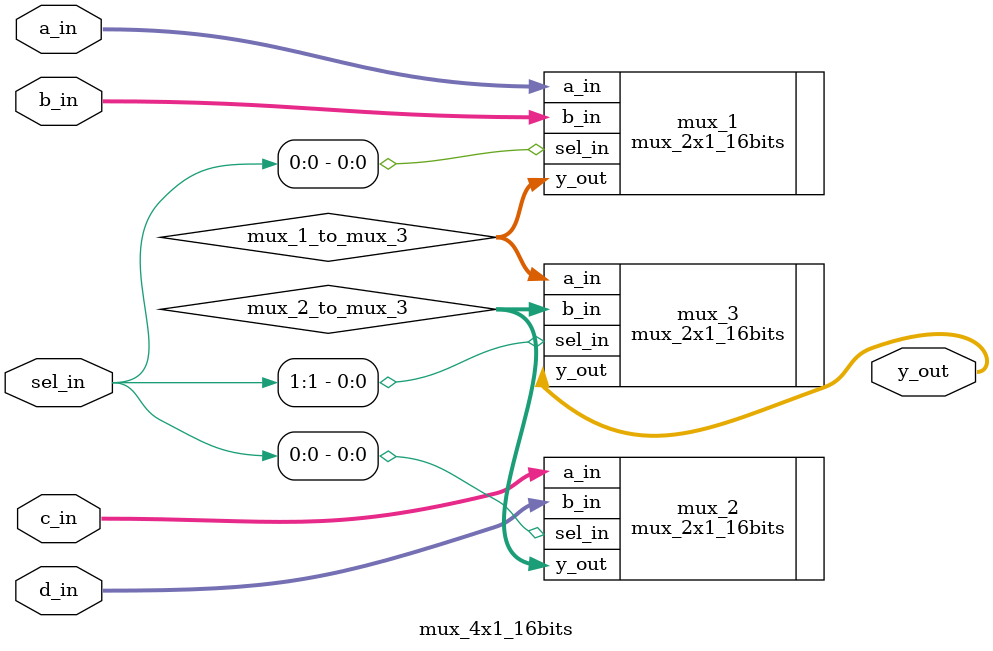
<source format=sv>
/*********************************************************/
// MODULE: 
//
// FILE NAME: mux_4x1_16bits.sv 
// VERSION: 0.1
// DATE: 2021-May-22 
// AUTHOR: KavinRaj D
//
// CODE TYPE: RTL or Behavioral Level
//
// DESCRIPTION:
//
/*********************************************************/

module mux_4x1_16bits
(
	input logic [15:0] a_in, b_in, c_in, d_in,
	input logic [1:0] sel_in,
	output logic [15:0] y_out
);

logic [15:0] mux_1_to_mux_3, mux_2_to_mux_3;

mux_2x1_16bits mux_1(
	.a_in( a_in ),
	.b_in( b_in ),
	.sel_in( sel_in[0] ),
	.y_out( mux_1_to_mux_3 )
);
mux_2x1_16bits mux_2(
	.a_in( c_in ),
	.b_in( d_in ),
	.sel_in( sel_in[0] ),
	.y_out( mux_2_to_mux_3 )
);
mux_2x1_16bits mux_3(
	.a_in( mux_1_to_mux_3 ),
	.b_in( mux_2_to_mux_3 ),
	.sel_in( sel_in[1] ),
	.y_out( y_out )
);

endmodule : mux_4x1_16bits

</source>
